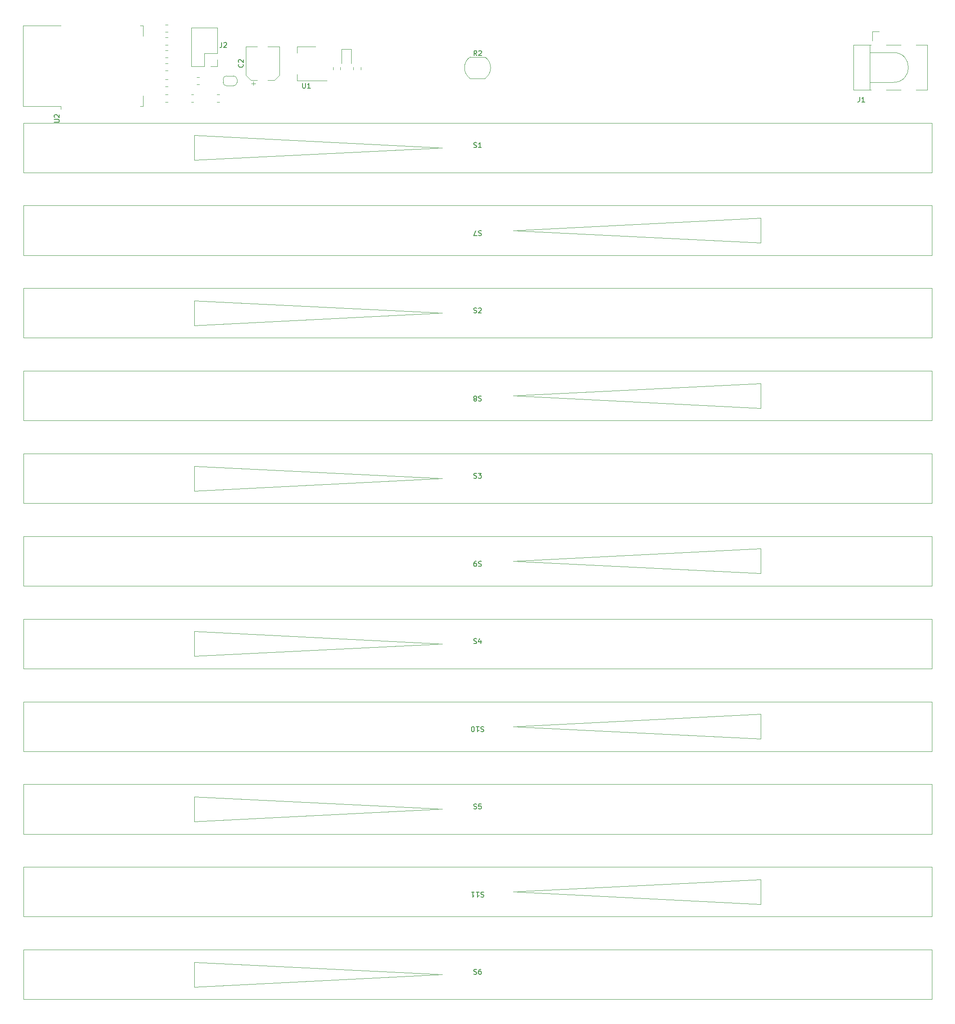
<source format=gto>
%TF.GenerationSoftware,KiCad,Pcbnew,(6.0.0)*%
%TF.CreationDate,2023-01-18T16:53:03+01:00*%
%TF.ProjectId,backpannel_pcb_11x11_small,6261636b-7061-46e6-9e65-6c5f7063625f,rev?*%
%TF.SameCoordinates,Original*%
%TF.FileFunction,Legend,Top*%
%TF.FilePolarity,Positive*%
%FSLAX46Y46*%
G04 Gerber Fmt 4.6, Leading zero omitted, Abs format (unit mm)*
G04 Created by KiCad (PCBNEW (6.0.0)) date 2023-01-18 16:53:03*
%MOMM*%
%LPD*%
G01*
G04 APERTURE LIST*
%ADD10C,0.150000*%
%ADD11C,0.120000*%
G04 APERTURE END LIST*
D10*
%TO.C,*%
%TO.C,S4*%
X-761904Y-27724361D02*
X-619047Y-27771980D01*
X-380952Y-27771980D01*
X-285714Y-27724361D01*
X-238095Y-27676742D01*
X-190476Y-27581504D01*
X-190476Y-27486266D01*
X-238095Y-27391028D01*
X-285714Y-27343409D01*
X-380952Y-27295790D01*
X-571428Y-27248171D01*
X-666666Y-27200552D01*
X-714285Y-27152933D01*
X-761904Y-27057695D01*
X-761904Y-26962457D01*
X-714285Y-26867219D01*
X-666666Y-26819600D01*
X-571428Y-26771980D01*
X-333333Y-26771980D01*
X-190476Y-26819600D01*
X666666Y-27105314D02*
X666666Y-27771980D01*
X428571Y-26724361D02*
X190476Y-27438647D01*
X809523Y-27438647D01*
%TO.C,S10*%
X1238095Y-44581438D02*
X1095238Y-44533819D01*
X857142Y-44533819D01*
X761904Y-44581438D01*
X714285Y-44629057D01*
X666666Y-44724295D01*
X666666Y-44819533D01*
X714285Y-44914771D01*
X761904Y-44962390D01*
X857142Y-45010009D01*
X1047619Y-45057628D01*
X1142857Y-45105247D01*
X1190476Y-45152866D01*
X1238095Y-45248104D01*
X1238095Y-45343342D01*
X1190476Y-45438580D01*
X1142857Y-45486200D01*
X1047619Y-45533819D01*
X809523Y-45533819D01*
X666666Y-45486200D01*
X-285714Y-44533819D02*
X285714Y-44533819D01*
X0Y-44533819D02*
X0Y-45533819D01*
X95238Y-45390961D01*
X190476Y-45295723D01*
X285714Y-45248104D01*
X-904761Y-45533819D02*
X-999999Y-45533819D01*
X-1095238Y-45486200D01*
X-1142857Y-45438580D01*
X-1190476Y-45343342D01*
X-1238095Y-45152866D01*
X-1238095Y-44914771D01*
X-1190476Y-44724295D01*
X-1142857Y-44629057D01*
X-1095238Y-44581438D01*
X-999999Y-44533819D01*
X-904761Y-44533819D01*
X-809523Y-44581438D01*
X-761904Y-44629057D01*
X-714285Y-44724295D01*
X-666666Y-44914771D01*
X-666666Y-45152866D01*
X-714285Y-45343342D01*
X-761904Y-45438580D01*
X-809523Y-45486200D01*
X-904761Y-45533819D01*
%TO.C,*%
%TO.C,S5*%
X-761904Y-61057561D02*
X-619047Y-61105180D01*
X-380952Y-61105180D01*
X-285714Y-61057561D01*
X-238095Y-61009942D01*
X-190476Y-60914704D01*
X-190476Y-60819466D01*
X-238095Y-60724228D01*
X-285714Y-60676609D01*
X-380952Y-60628990D01*
X-571428Y-60581371D01*
X-666666Y-60533752D01*
X-714285Y-60486133D01*
X-761904Y-60390895D01*
X-761904Y-60295657D01*
X-714285Y-60200419D01*
X-666666Y-60152800D01*
X-571428Y-60105180D01*
X-333333Y-60105180D01*
X-190476Y-60152800D01*
X714285Y-60105180D02*
X238095Y-60105180D01*
X190476Y-60581371D01*
X238095Y-60533752D01*
X333333Y-60486133D01*
X571428Y-60486133D01*
X666666Y-60533752D01*
X714285Y-60581371D01*
X761904Y-60676609D01*
X761904Y-60914704D01*
X714285Y-61009942D01*
X666666Y-61057561D01*
X571428Y-61105180D01*
X333333Y-61105180D01*
X238095Y-61057561D01*
X190476Y-61009942D01*
%TO.C,S8*%
X761904Y22084961D02*
X619047Y22132580D01*
X380952Y22132580D01*
X285714Y22084961D01*
X238095Y22037342D01*
X190476Y21942104D01*
X190476Y21846866D01*
X238095Y21751628D01*
X285714Y21704009D01*
X380952Y21656390D01*
X571428Y21608771D01*
X666666Y21561152D01*
X714285Y21513533D01*
X761904Y21418295D01*
X761904Y21323057D01*
X714285Y21227819D01*
X666666Y21180200D01*
X571428Y21132580D01*
X333333Y21132580D01*
X190476Y21180200D01*
X-380952Y21561152D02*
X-285714Y21513533D01*
X-238095Y21465914D01*
X-190476Y21370676D01*
X-190476Y21323057D01*
X-238095Y21227819D01*
X-285714Y21180200D01*
X-380952Y21132580D01*
X-571428Y21132580D01*
X-666666Y21180200D01*
X-714285Y21227819D01*
X-761904Y21323057D01*
X-761904Y21370676D01*
X-714285Y21465914D01*
X-666666Y21513533D01*
X-571428Y21561152D01*
X-380952Y21561152D01*
X-285714Y21608771D01*
X-238095Y21656390D01*
X-190476Y21751628D01*
X-190476Y21942104D01*
X-238095Y22037342D01*
X-285714Y22084961D01*
X-380952Y22132580D01*
X-571428Y22132580D01*
X-666666Y22084961D01*
X-714285Y22037342D01*
X-761904Y21942104D01*
X-761904Y21751628D01*
X-714285Y21656390D01*
X-666666Y21608771D01*
X-571428Y21561152D01*
%TO.C,*%
%TO.C,S3*%
X-761904Y5608838D02*
X-619047Y5561219D01*
X-380952Y5561219D01*
X-285714Y5608838D01*
X-238095Y5656457D01*
X-190476Y5751695D01*
X-190476Y5846933D01*
X-238095Y5942171D01*
X-285714Y5989790D01*
X-380952Y6037409D01*
X-571428Y6085028D01*
X-666666Y6132647D01*
X-714285Y6180266D01*
X-761904Y6275504D01*
X-761904Y6370742D01*
X-714285Y6465980D01*
X-666666Y6513600D01*
X-571428Y6561219D01*
X-333333Y6561219D01*
X-190476Y6513600D01*
X142857Y6561219D02*
X761904Y6561219D01*
X428571Y6180266D01*
X571428Y6180266D01*
X666666Y6132647D01*
X714285Y6085028D01*
X761904Y5989790D01*
X761904Y5751695D01*
X714285Y5656457D01*
X666666Y5608838D01*
X571428Y5561219D01*
X285714Y5561219D01*
X190476Y5608838D01*
X142857Y5656457D01*
%TO.C,*%
%TO.C,S2*%
X-761904Y38942038D02*
X-619047Y38894419D01*
X-380952Y38894419D01*
X-285714Y38942038D01*
X-238095Y38989657D01*
X-190476Y39084895D01*
X-190476Y39180133D01*
X-238095Y39275371D01*
X-285714Y39322990D01*
X-380952Y39370609D01*
X-571428Y39418228D01*
X-666666Y39465847D01*
X-714285Y39513466D01*
X-761904Y39608704D01*
X-761904Y39703942D01*
X-714285Y39799180D01*
X-666666Y39846800D01*
X-571428Y39894419D01*
X-333333Y39894419D01*
X-190476Y39846800D01*
X190476Y39799180D02*
X238095Y39846800D01*
X333333Y39894419D01*
X571428Y39894419D01*
X666666Y39846800D01*
X714285Y39799180D01*
X761904Y39703942D01*
X761904Y39608704D01*
X714285Y39465847D01*
X142857Y38894419D01*
X761904Y38894419D01*
%TO.C,S9*%
X761904Y-11248238D02*
X619047Y-11200619D01*
X380952Y-11200619D01*
X285714Y-11248238D01*
X238095Y-11295857D01*
X190476Y-11391095D01*
X190476Y-11486333D01*
X238095Y-11581571D01*
X285714Y-11629190D01*
X380952Y-11676809D01*
X571428Y-11724428D01*
X666666Y-11772047D01*
X714285Y-11819666D01*
X761904Y-11914904D01*
X761904Y-12010142D01*
X714285Y-12105380D01*
X666666Y-12153000D01*
X571428Y-12200619D01*
X333333Y-12200619D01*
X190476Y-12153000D01*
X-285714Y-11200619D02*
X-476190Y-11200619D01*
X-571428Y-11248238D01*
X-619047Y-11295857D01*
X-714285Y-11438714D01*
X-761904Y-11629190D01*
X-761904Y-12010142D01*
X-714285Y-12105380D01*
X-666666Y-12153000D01*
X-571428Y-12200619D01*
X-380952Y-12200619D01*
X-285714Y-12153000D01*
X-238095Y-12105380D01*
X-190476Y-12010142D01*
X-190476Y-11772047D01*
X-238095Y-11676809D01*
X-285714Y-11629190D01*
X-380952Y-11581571D01*
X-571428Y-11581571D01*
X-666666Y-11629190D01*
X-714285Y-11676809D01*
X-761904Y-11772047D01*
%TO.C,J1*%
X77090666Y82407619D02*
X77090666Y81693333D01*
X77043047Y81550476D01*
X76947809Y81455238D01*
X76804952Y81407619D01*
X76709714Y81407619D01*
X78090666Y81407619D02*
X77519238Y81407619D01*
X77804952Y81407619D02*
X77804952Y82407619D01*
X77709714Y82264761D01*
X77614476Y82169523D01*
X77519238Y82121904D01*
%TO.C,*%
%TO.C,S6*%
X-761904Y-94390761D02*
X-619047Y-94438380D01*
X-380952Y-94438380D01*
X-285714Y-94390761D01*
X-238095Y-94343142D01*
X-190476Y-94247904D01*
X-190476Y-94152666D01*
X-238095Y-94057428D01*
X-285714Y-94009809D01*
X-380952Y-93962190D01*
X-571428Y-93914571D01*
X-666666Y-93866952D01*
X-714285Y-93819333D01*
X-761904Y-93724095D01*
X-761904Y-93628857D01*
X-714285Y-93533619D01*
X-666666Y-93486000D01*
X-571428Y-93438380D01*
X-333333Y-93438380D01*
X-190476Y-93486000D01*
X666666Y-93438380D02*
X476190Y-93438380D01*
X380952Y-93486000D01*
X333333Y-93533619D01*
X238095Y-93676476D01*
X190476Y-93866952D01*
X190476Y-94247904D01*
X238095Y-94343142D01*
X285714Y-94390761D01*
X380952Y-94438380D01*
X571428Y-94438380D01*
X666666Y-94390761D01*
X714285Y-94343142D01*
X761904Y-94247904D01*
X761904Y-94009809D01*
X714285Y-93914571D01*
X666666Y-93866952D01*
X571428Y-93819333D01*
X380952Y-93819333D01*
X285714Y-93866952D01*
X238095Y-93914571D01*
X190476Y-94009809D01*
%TO.C,S11*%
X1238095Y-77914638D02*
X1095238Y-77867019D01*
X857142Y-77867019D01*
X761904Y-77914638D01*
X714285Y-77962257D01*
X666666Y-78057495D01*
X666666Y-78152733D01*
X714285Y-78247971D01*
X761904Y-78295590D01*
X857142Y-78343209D01*
X1047619Y-78390828D01*
X1142857Y-78438447D01*
X1190476Y-78486066D01*
X1238095Y-78581304D01*
X1238095Y-78676542D01*
X1190476Y-78771780D01*
X1142857Y-78819400D01*
X1047619Y-78867019D01*
X809523Y-78867019D01*
X666666Y-78819400D01*
X-285714Y-77867019D02*
X285714Y-77867019D01*
X0Y-77867019D02*
X0Y-78867019D01*
X95238Y-78724161D01*
X190476Y-78628923D01*
X285714Y-78581304D01*
X-1238095Y-77867019D02*
X-666666Y-77867019D01*
X-952380Y-77867019D02*
X-952380Y-78867019D01*
X-857142Y-78724161D01*
X-761904Y-78628923D01*
X-666666Y-78581304D01*
%TO.C,*%
%TO.C,S1*%
X-761904Y72265238D02*
X-619047Y72217619D01*
X-380952Y72217619D01*
X-285714Y72265238D01*
X-238095Y72312857D01*
X-190476Y72408095D01*
X-190476Y72503333D01*
X-238095Y72598571D01*
X-285714Y72646190D01*
X-380952Y72693809D01*
X-571428Y72741428D01*
X-666666Y72789047D01*
X-714285Y72836666D01*
X-761904Y72931904D01*
X-761904Y73027142D01*
X-714285Y73122380D01*
X-666666Y73170000D01*
X-571428Y73217619D01*
X-333333Y73217619D01*
X-190476Y73170000D01*
X761904Y72217619D02*
X190476Y72217619D01*
X476190Y72217619D02*
X476190Y73217619D01*
X380952Y73074761D01*
X285714Y72979523D01*
X190476Y72931904D01*
%TO.C,S7*%
X761904Y55418161D02*
X619047Y55465780D01*
X380952Y55465780D01*
X285714Y55418161D01*
X238095Y55370542D01*
X190476Y55275304D01*
X190476Y55180066D01*
X238095Y55084828D01*
X285714Y55037209D01*
X380952Y54989590D01*
X571428Y54941971D01*
X666666Y54894352D01*
X714285Y54846733D01*
X761904Y54751495D01*
X761904Y54656257D01*
X714285Y54561019D01*
X666666Y54513400D01*
X571428Y54465780D01*
X333333Y54465780D01*
X190476Y54513400D01*
X-142857Y54465780D02*
X-809523Y54465780D01*
X-380952Y55465780D01*
%TO.C,J2*%
X-51633333Y93380952D02*
X-51633333Y92666666D01*
X-51680952Y92523809D01*
X-51776190Y92428571D01*
X-51919047Y92380952D01*
X-52014285Y92380952D01*
X-51204761Y93285713D02*
X-51157142Y93333333D01*
X-51061904Y93380952D01*
X-50823809Y93380952D01*
X-50728571Y93333333D01*
X-50680952Y93285713D01*
X-50633333Y93190475D01*
X-50633333Y93095237D01*
X-50680952Y92952380D01*
X-51252380Y92380952D01*
X-50633333Y92380952D01*
%TO.C,*%
%TO.C,C2*%
X-47367857Y89008333D02*
X-47320238Y88960714D01*
X-47272619Y88817857D01*
X-47272619Y88722619D01*
X-47320238Y88579761D01*
X-47415476Y88484523D01*
X-47510714Y88436904D01*
X-47701190Y88389285D01*
X-47844047Y88389285D01*
X-48034523Y88436904D01*
X-48129761Y88484523D01*
X-48225000Y88579761D01*
X-48272619Y88722619D01*
X-48272619Y88817857D01*
X-48225000Y88960714D01*
X-48177380Y89008333D01*
X-48177380Y89389285D02*
X-48225000Y89436904D01*
X-48272619Y89532142D01*
X-48272619Y89770238D01*
X-48225000Y89865476D01*
X-48177380Y89913095D01*
X-48082142Y89960714D01*
X-47986904Y89960714D01*
X-47844047Y89913095D01*
X-47272619Y89341666D01*
X-47272619Y89960714D01*
%TO.C,R2*%
X-155999Y90752285D02*
X-489333Y91228475D01*
X-727428Y90752285D02*
X-727428Y91752285D01*
X-346475Y91752285D01*
X-251237Y91704666D01*
X-203618Y91657046D01*
X-155999Y91561808D01*
X-155999Y91418951D01*
X-203618Y91323713D01*
X-251237Y91276094D01*
X-346475Y91228475D01*
X-727428Y91228475D01*
X224952Y91657046D02*
X272571Y91704666D01*
X367809Y91752285D01*
X605905Y91752285D01*
X701143Y91704666D01*
X748762Y91657046D01*
X796381Y91561808D01*
X796381Y91466570D01*
X748762Y91323713D01*
X177333Y90752285D01*
X796381Y90752285D01*
%TO.C,*%
%TO.C,U1*%
X-35311904Y85197619D02*
X-35311904Y84388095D01*
X-35264285Y84292857D01*
X-35216666Y84245238D01*
X-35121428Y84197619D01*
X-34930952Y84197619D01*
X-34835714Y84245238D01*
X-34788095Y84292857D01*
X-34740476Y84388095D01*
X-34740476Y85197619D01*
X-33740476Y84197619D02*
X-34311904Y84197619D01*
X-34026190Y84197619D02*
X-34026190Y85197619D01*
X-34121428Y85054761D01*
X-34216666Y84959523D01*
X-34311904Y84911904D01*
%TO.C,U2*%
X-85407619Y77311428D02*
X-84598095Y77311428D01*
X-84502857Y77359047D01*
X-84455238Y77406666D01*
X-84407619Y77501904D01*
X-84407619Y77692380D01*
X-84455238Y77787618D01*
X-84502857Y77835237D01*
X-84598095Y77882856D01*
X-85407619Y77882856D01*
X-85312380Y78311428D02*
X-85360000Y78359047D01*
X-85407619Y78454285D01*
X-85407619Y78692380D01*
X-85360000Y78787618D01*
X-85312380Y78835237D01*
X-85217142Y78882856D01*
X-85121904Y78882856D01*
X-84979047Y78835237D01*
X-84407619Y78263809D01*
X-84407619Y78882856D01*
%TO.C,*%
D11*
%TO.C,R10*%
X-56172936Y84923333D02*
X-56627064Y84923333D01*
X-56172936Y86393333D02*
X-56627064Y86393333D01*
%TO.C,S4*%
X-91666000Y-32819600D02*
X91666000Y-32819600D01*
X-91666000Y-22819600D02*
X-91666000Y-32819600D01*
X91666000Y-22819600D02*
X91666000Y-32819600D01*
X-57150000Y-30319600D02*
X-57150000Y-25319600D01*
X-91666000Y-22819600D02*
X91666000Y-22819600D01*
X-7150000Y-27819600D02*
X-57150000Y-30319600D01*
X-57150000Y-25319600D02*
X-7150000Y-27819600D01*
%TO.C,D1*%
X-25490000Y89200000D02*
X-25490000Y92060000D01*
X-25490000Y92060000D02*
X-27410000Y92060000D01*
X-27410000Y92060000D02*
X-27410000Y89200000D01*
%TO.C,S10*%
X7150000Y-44486200D02*
X57150000Y-41986200D01*
X91666000Y-49486200D02*
X91666000Y-39486200D01*
X-91666000Y-49486200D02*
X-91666000Y-39486200D01*
X91666000Y-49486200D02*
X-91666000Y-49486200D01*
X91666000Y-39486200D02*
X-91666000Y-39486200D01*
X57150000Y-41986200D02*
X57150000Y-46986200D01*
X57150000Y-46986200D02*
X7150000Y-44486200D01*
%TO.C,C3*%
X-27715000Y88386252D02*
X-27715000Y87863748D01*
X-29185000Y88386252D02*
X-29185000Y87863748D01*
%TO.C,S5*%
X-91666000Y-56152800D02*
X91666000Y-56152800D01*
X-7150000Y-61152800D02*
X-57150000Y-63652800D01*
X-91666000Y-56152800D02*
X-91666000Y-66152800D01*
X-91666000Y-66152800D02*
X91666000Y-66152800D01*
X-57150000Y-63652800D02*
X-57150000Y-58652800D01*
X91666000Y-56152800D02*
X91666000Y-66152800D01*
X-57150000Y-58652800D02*
X-7150000Y-61152800D01*
%TO.C,R4*%
X-62522936Y82868333D02*
X-62977064Y82868333D01*
X-62522936Y81398333D02*
X-62977064Y81398333D01*
%TO.C,S8*%
X57150000Y19680200D02*
X7150000Y22180200D01*
X91666000Y17180200D02*
X91666000Y27180200D01*
X91666000Y27180200D02*
X-91666000Y27180200D01*
X-91666000Y17180200D02*
X-91666000Y27180200D01*
X57150000Y24680200D02*
X57150000Y19680200D01*
X7150000Y22180200D02*
X57150000Y24680200D01*
X91666000Y17180200D02*
X-91666000Y17180200D01*
%TO.C,R8*%
X-62977064Y94393333D02*
X-62522936Y94393333D01*
X-62977064Y92923333D02*
X-62522936Y92923333D01*
%TO.C,R6*%
X-62522936Y84498333D02*
X-62977064Y84498333D01*
X-62522936Y85968333D02*
X-62977064Y85968333D01*
%TO.C,S3*%
X-7150000Y5513600D02*
X-57150000Y3013600D01*
X-57150000Y3013600D02*
X-57150000Y8013600D01*
X-57150000Y8013600D02*
X-7150000Y5513600D01*
X91666000Y10513600D02*
X91666000Y513600D01*
X-91666000Y10513600D02*
X-91666000Y513600D01*
X-91666000Y10513600D02*
X91666000Y10513600D01*
X-91666000Y513600D02*
X91666000Y513600D01*
%TO.C,S2*%
X-91666000Y43846800D02*
X-91666000Y33846800D01*
X91666000Y43846800D02*
X91666000Y33846800D01*
X-57150000Y36346800D02*
X-57150000Y41346800D01*
X-91666000Y43846800D02*
X91666000Y43846800D01*
X-91666000Y33846800D02*
X91666000Y33846800D01*
X-57150000Y41346800D02*
X-7150000Y38846800D01*
X-7150000Y38846800D02*
X-57150000Y36346800D01*
%TO.C,S9*%
X57150000Y-13653000D02*
X7150000Y-11153000D01*
X-91666000Y-16153000D02*
X-91666000Y-6153000D01*
X91666000Y-6153000D02*
X-91666000Y-6153000D01*
X7150000Y-11153000D02*
X57150000Y-8653000D01*
X91666000Y-16153000D02*
X91666000Y-6153000D01*
X91666000Y-16153000D02*
X-91666000Y-16153000D01*
X57150000Y-8653000D02*
X57150000Y-13653000D01*
%TO.C,R3*%
X-57322936Y81398333D02*
X-57777064Y81398333D01*
X-57322936Y82868333D02*
X-57777064Y82868333D01*
%TO.C,J1*%
X82424000Y92920000D02*
X85424000Y92920000D01*
X79124000Y85360000D02*
X83924000Y85360000D01*
X90734000Y83800000D02*
X90734000Y92920000D01*
X75814000Y83800000D02*
X75814000Y92920000D01*
X88424000Y83800000D02*
X90734000Y83800000D01*
X75814000Y92920000D02*
X79424000Y92920000D01*
X88424000Y92920000D02*
X90734000Y92920000D01*
X75814000Y83800000D02*
X79424000Y83800000D01*
X81004000Y95620000D02*
X79664000Y95620000D01*
X79664000Y95620000D02*
X79664000Y93720000D01*
X79124000Y83800000D02*
X79124000Y92920000D01*
X82424000Y83800000D02*
X85424000Y83800000D01*
X79124000Y91360000D02*
X83924000Y91360000D01*
X83924000Y85360000D02*
G75*
G03*
X83924000Y91360000I0J3000000D01*
G01*
%TO.C,C1*%
X-23590000Y88411252D02*
X-23590000Y87888748D01*
X-25060000Y88411252D02*
X-25060000Y87888748D01*
%TO.C,S6*%
X-91666000Y-89486000D02*
X91666000Y-89486000D01*
X91666000Y-89486000D02*
X91666000Y-99486000D01*
X-57150000Y-91986000D02*
X-7150000Y-94486000D01*
X-91666000Y-89486000D02*
X-91666000Y-99486000D01*
X-91666000Y-99486000D02*
X91666000Y-99486000D01*
X-57150000Y-96986000D02*
X-57150000Y-91986000D01*
X-7150000Y-94486000D02*
X-57150000Y-96986000D01*
%TO.C,R9*%
X-62977064Y95523333D02*
X-62522936Y95523333D01*
X-62977064Y96993333D02*
X-62522936Y96993333D01*
%TO.C,S11*%
X7150000Y-77819400D02*
X57150000Y-75319400D01*
X91666000Y-82819400D02*
X91666000Y-72819400D01*
X57150000Y-80319400D02*
X7150000Y-77819400D01*
X91666000Y-72819400D02*
X-91666000Y-72819400D01*
X-91666000Y-82819400D02*
X-91666000Y-72819400D01*
X91666000Y-82819400D02*
X-91666000Y-82819400D01*
X57150000Y-75319400D02*
X57150000Y-80319400D01*
%TO.C,R1*%
X-52122936Y82868333D02*
X-52577064Y82868333D01*
X-52122936Y81398333D02*
X-52577064Y81398333D01*
%TO.C,S1*%
X91666000Y77170000D02*
X91666000Y67170000D01*
X-57150000Y74670000D02*
X-7150000Y72170000D01*
X-91666000Y77170000D02*
X91666000Y77170000D01*
X-91666000Y77170000D02*
X-91666000Y67170000D01*
X-57150000Y69670000D02*
X-57150000Y74670000D01*
X-7150000Y72170000D02*
X-57150000Y69670000D01*
X-91666000Y67170000D02*
X91666000Y67170000D01*
%TO.C,S7*%
X91666000Y50513400D02*
X91666000Y60513400D01*
X7150000Y55513400D02*
X57150000Y58013400D01*
X91666000Y50513400D02*
X-91666000Y50513400D01*
X-91666000Y50513400D02*
X-91666000Y60513400D01*
X57150000Y53013400D02*
X7150000Y55513400D01*
X91666000Y60513400D02*
X-91666000Y60513400D01*
X57150000Y58013400D02*
X57150000Y53013400D01*
%TO.C,JP1*%
X-51350000Y85358333D02*
X-51350000Y85958333D01*
X-50650000Y86658333D02*
X-49250000Y86658333D01*
X-49250000Y84658333D02*
X-50650000Y84658333D01*
X-48550000Y85958333D02*
X-48550000Y85358333D01*
X-51350000Y85358333D02*
G75*
G03*
X-50650000Y84658333I699999J-1D01*
G01*
X-49250000Y84658333D02*
G75*
G03*
X-48550000Y85358333I1J699999D01*
G01*
X-48550000Y85958333D02*
G75*
G03*
X-49250000Y86658333I-699999J1D01*
G01*
X-50650000Y86658333D02*
G75*
G03*
X-51350000Y85958333I-1J-699999D01*
G01*
%TO.C,J2*%
X-57745000Y88603333D02*
X-57745000Y96343333D01*
X-52545000Y91203333D02*
X-55145000Y91203333D01*
X-52545000Y91203333D02*
X-52545000Y96343333D01*
X-55145000Y88603333D02*
X-57745000Y88603333D01*
X-52545000Y88603333D02*
X-53875000Y88603333D01*
X-52545000Y89933333D02*
X-52545000Y88603333D01*
X-55145000Y91203333D02*
X-55145000Y88603333D01*
X-52545000Y96343333D02*
X-57745000Y96343333D01*
%TO.C,R7*%
X-62977064Y90323333D02*
X-62522936Y90323333D01*
X-62977064Y91793333D02*
X-62522936Y91793333D01*
%TO.C,C2*%
X-45616250Y85131250D02*
X-44828750Y85131250D01*
X-45720563Y85765000D02*
X-46785000Y86829437D01*
X-39965000Y86829437D02*
X-39965000Y92585000D01*
X-39965000Y92585000D02*
X-42315000Y92585000D01*
X-46785000Y86829437D02*
X-46785000Y92585000D01*
X-45222500Y84737500D02*
X-45222500Y85525000D01*
X-41029437Y85765000D02*
X-42315000Y85765000D01*
X-45720563Y85765000D02*
X-44435000Y85765000D01*
X-46785000Y92585000D02*
X-44435000Y92585000D01*
X-41029437Y85765000D02*
X-39965000Y86829437D01*
%TO.C,R2*%
X-1539333Y90454666D02*
X1510667Y90454666D01*
X-1539333Y86154666D02*
X1510667Y86154666D01*
X1555180Y86186417D02*
G75*
G03*
X1510667Y90454666I-1544512J2118249D01*
G01*
X-1517567Y90470191D02*
G75*
G03*
X-1539333Y86154666I1528233J-2165525D01*
G01*
%TO.C,R5*%
X-62522936Y87723333D02*
X-62977064Y87723333D01*
X-62522936Y89193333D02*
X-62977064Y89193333D01*
%TO.C,U1*%
X-32700000Y92560000D02*
X-36460000Y92560000D01*
X-36460000Y85740000D02*
X-36460000Y87000000D01*
X-36460000Y92560000D02*
X-36460000Y91300000D01*
X-30450000Y85740000D02*
X-36460000Y85740000D01*
%TO.C,U2*%
X-67480000Y96753333D02*
X-67480000Y94633333D01*
X-91720000Y96753333D02*
X-84100000Y96753333D01*
X-67480000Y82633333D02*
X-67480000Y80513333D01*
X-67480000Y80513333D02*
X-68100000Y80513333D01*
X-91720000Y80513333D02*
X-91720000Y96753333D01*
X-84100000Y80513333D02*
X-84100000Y79903333D01*
X-68100000Y96753333D02*
X-67480000Y96753333D01*
X-84100000Y80513333D02*
X-91720000Y80513333D01*
%TD*%
M02*

</source>
